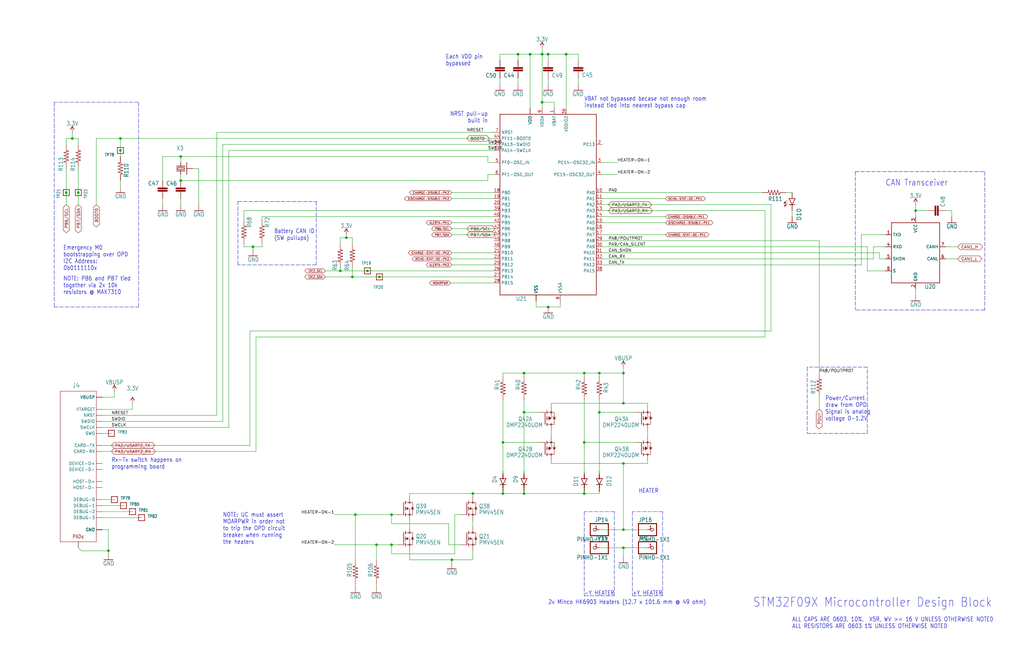
<source format=kicad_sch>
(kicad_sch (version 20211123) (generator eeschema)
  (paper "USLedger")
  (title_block (title "OreSat Battery Card") (rev "1.0"))
  (junction (at 146.05 100.33))
  (junction (at 148.59 116.84))
  (junction (at 246.38 208.28))
  (junction (at 262.89 223.52))
  (junction (at 246.38 157.48))
  (junction (at 76.2 66.04))
  (junction (at 223.52 22.86))
  (junction (at 220.98 157.48))
  (junction (at 220.98 173.99))
  (junction (at 154.94 114.3))
  (junction (at 106.68 104.14))
  (junction (at 76.2 76.2))
  (junction (at 143.51 114.3))
  (junction (at 165.1 217.17))
  (junction (at 212.09 186.69))
  (junction (at 228.6 22.86))
  (junction (at 165.1 229.87))
  (junction (at 252.73 157.48))
  (junction (at 231.14 129.54))
  (junction (at 252.73 173.99))
  (junction (at 228.6 43.18))
  (junction (at 238.76 22.86))
  (junction (at 30.48 58.42))
  (junction (at 262.89 195.58))
  (junction (at 220.98 208.28))
  (junction (at 199.39 208.28))
  (junction (at 212.09 208.28))
  (junction (at 262.89 170.18))
  (junction (at 45.72 232.41))
  (junction (at 160.02 116.84))
  (junction (at 231.14 22.86))
  (junction (at 50.8 58.42))
  (junction (at 149.86 217.17))
  (junction (at 27.94 81.28))
  (junction (at 33.02 81.28))
  (junction (at 158.75 229.87))
  (junction (at 246.38 186.69))
  (junction (at 262.89 157.48))
  (junction (at 190.5 236.22))
  (junction (at 218.44 22.86))
  (junction (at 50.8 63.5))
  (junction (at 386.08 88.9))
  (junction (at 262.89 231.14))
  (polyline (pts (xy 133.35 85.09) (xy 133.35 111.76)))
  (wire (pts (xy 149.86 247.65) (xy 149.86 246.38)))
  (wire (pts (xy 345.44 101.6) (xy 254 101.6)))
  (wire (pts (xy 48.26 167.64) (xy 48.26 165.1)))
  (wire (pts (xy 76.2 76.2) (xy 76.2 73.66)))
  (polyline (pts (xy 340.36 182.88) (xy 365.76 182.88)))
  (wire (pts (xy 233.68 43.18) (xy 228.6 43.18)))
  (wire (pts (xy 208.28 96.52) (xy 190.5 96.52)))
  (wire (pts (xy 220.98 208.28) (xy 246.38 208.28)))
  (wire (pts (xy 252.73 208.28) (xy 252.73 205.74)))
  (wire (pts (xy 158.75 229.87) (xy 140.97 229.87)))
  (wire (pts (xy 322.58 88.9) (xy 322.58 142.24)))
  (wire (pts (xy 345.44 167.64) (xy 345.44 172.72)))
  (polyline (pts (xy 365.76 182.88) (xy 365.76 154.94)))
  (wire (pts (xy 208.28 88.9) (xy 102.87 88.9)))
  (wire (pts (xy 232.41 170.18) (xy 262.89 170.18)))
  (wire (pts (xy 368.3 109.22) (xy 254 109.22)))
  (wire (pts (xy 254 88.9) (xy 322.58 88.9)))
  (wire (pts (xy 208.28 83.82) (xy 190.5 83.82)))
  (wire (pts (xy 43.18 223.52) (xy 45.72 223.52)))
  (wire (pts (xy 165.1 220.98) (xy 165.1 217.17)))
  (wire (pts (xy 334.01 88.9) (xy 334.01 91.44)))
  (wire (pts (xy 208.28 93.98) (xy 190.5 93.98)))
  (wire (pts (xy 401.32 88.9) (xy 401.32 91.44)))
  (wire (pts (xy 220.98 157.48) (xy 246.38 157.48)))
  (wire (pts (xy 228.6 43.18) (xy 228.6 22.86)))
  (wire (pts (xy 52.07 213.36) (xy 43.18 213.36)))
  (wire (pts (xy 208.28 111.76) (xy 190.5 111.76)))
  (polyline (pts (xy 22.86 129.54) (xy 58.42 129.54)))
  (wire (pts (xy 218.44 25.4) (xy 218.44 22.86)))
  (wire (pts (xy 243.84 35.56) (xy 243.84 33.02)))
  (wire (pts (xy 33.02 231.14) (xy 34.29 232.41)))
  (wire (pts (xy 322.58 142.24) (xy 107.95 142.24)))
  (wire (pts (xy 96.52 180.34) (xy 96.52 63.5)))
  (wire (pts (xy 212.09 208.28) (xy 220.98 208.28)))
  (wire (pts (xy 227.33 173.99) (xy 220.98 173.99)))
  (wire (pts (xy 149.86 217.17) (xy 149.86 236.22)))
  (wire (pts (xy 205.74 68.58) (xy 205.74 66.04)))
  (wire (pts (xy 254 68.58) (xy 260.35 68.58)))
  (wire (pts (xy 254 91.44) (xy 280.67 91.44)))
  (wire (pts (xy 50.8 66.04) (xy 50.8 63.5)))
  (wire (pts (xy 262.89 195.58) (xy 273.05 195.58)))
  (polyline (pts (xy 100.33 111.76) (xy 100.33 85.09)))
  (wire (pts (xy 205.74 66.04) (xy 76.2 66.04)))
  (wire (pts (xy 254 86.36) (xy 325.12 86.36)))
  (wire (pts (xy 212.09 205.74) (xy 212.09 208.28)))
  (wire (pts (xy 267.97 173.99) (xy 252.73 173.99)))
  (wire (pts (xy 254 81.28) (xy 321.31 81.28)))
  (polyline (pts (xy 266.7 251.46) (xy 279.4 251.46)))
  (wire (pts (xy 33.02 81.28) (xy 33.02 71.12)))
  (wire (pts (xy 252.73 231.14) (xy 262.89 231.14)))
  (wire (pts (xy 254 99.06) (xy 280.67 99.06)))
  (wire (pts (xy 243.84 22.86) (xy 243.84 25.4)))
  (wire (pts (xy 148.59 100.33) (xy 148.59 102.87)))
  (wire (pts (xy 386.08 88.9) (xy 386.08 86.36)))
  (wire (pts (xy 246.38 157.48) (xy 252.73 157.48)))
  (wire (pts (xy 167.64 217.17) (xy 165.1 217.17)))
  (wire (pts (xy 232.41 195.58) (xy 262.89 195.58)))
  (wire (pts (xy 68.58 76.2) (xy 68.58 66.04)))
  (wire (pts (xy 254 73.66) (xy 260.35 73.66)))
  (wire (pts (xy 233.68 45.72) (xy 233.68 43.18)))
  (wire (pts (xy 370.84 109.22) (xy 370.84 106.68)))
  (wire (pts (xy 208.28 68.58) (xy 205.74 68.58)))
  (wire (pts (xy 246.38 168.91) (xy 246.38 186.69)))
  (wire (pts (xy 143.51 102.87) (xy 143.51 100.33)))
  (wire (pts (xy 27.94 60.96) (xy 27.94 58.42)))
  (wire (pts (xy 208.28 99.06) (xy 190.5 99.06)))
  (wire (pts (xy 246.38 208.28) (xy 252.73 208.28)))
  (wire (pts (xy 208.28 116.84) (xy 160.02 116.84)))
  (wire (pts (xy 149.86 217.17) (xy 165.1 217.17)))
  (wire (pts (xy 189.23 229.87) (xy 189.23 220.98)))
  (wire (pts (xy 208.28 81.28) (xy 190.5 81.28)))
  (wire (pts (xy 386.08 124.46) (xy 386.08 121.92)))
  (wire (pts (xy 236.22 129.54) (xy 236.22 127)))
  (wire (pts (xy 158.75 247.65) (xy 158.75 246.38)))
  (wire (pts (xy 246.38 200.66) (xy 246.38 186.69)))
  (wire (pts (xy 252.73 173.99) (xy 252.73 168.91)))
  (polyline (pts (xy 340.36 154.94) (xy 340.36 182.88)))
  (wire (pts (xy 165.1 229.87) (xy 158.75 229.87)))
  (wire (pts (xy 43.18 210.82) (xy 48.26 210.82)))
  (wire (pts (xy 102.87 104.14) (xy 106.68 104.14)))
  (wire (pts (xy 232.41 181.61) (xy 232.41 184.15)))
  (wire (pts (xy 160.02 116.84) (xy 148.59 116.84)))
  (wire (pts (xy 199.39 209.55) (xy 199.39 208.28)))
  (wire (pts (xy 373.38 109.22) (xy 370.84 109.22)))
  (wire (pts (xy 106.68 105.41) (xy 106.68 104.14)))
  (wire (pts (xy 93.98 60.96) (xy 208.28 60.96)))
  (polyline (pts (xy 246.38 215.9) (xy 246.38 251.46)))
  (wire (pts (xy 220.98 173.99) (xy 220.98 168.91)))
  (wire (pts (xy 262.89 195.58) (xy 262.89 223.52)))
  (polyline (pts (xy 360.68 72.39) (xy 360.68 130.81)))
  (wire (pts (xy 143.51 114.3) (xy 137.16 114.3)))
  (wire (pts (xy 190.5 237.49) (xy 190.5 236.22)))
  (wire (pts (xy 105.41 187.96) (xy 43.18 187.96)))
  (wire (pts (xy 262.89 231.14) (xy 273.05 231.14)))
  (wire (pts (xy 228.6 45.72) (xy 228.6 43.18)))
  (wire (pts (xy 212.09 186.69) (xy 212.09 168.91)))
  (polyline (pts (xy 365.76 154.94) (xy 340.36 154.94)))
  (wire (pts (xy 218.44 22.86) (xy 223.52 22.86)))
  (wire (pts (xy 208.28 109.22) (xy 190.5 109.22)))
  (wire (pts (xy 165.1 220.98) (xy 189.23 220.98)))
  (wire (pts (xy 252.73 223.52) (xy 262.89 223.52)))
  (wire (pts (xy 143.51 113.03) (xy 143.51 114.3)))
  (polyline (pts (xy 133.35 111.76) (xy 100.33 111.76)))
  (polyline (pts (xy 279.4 251.46) (xy 279.4 215.9)))
  (wire (pts (xy 102.87 88.9) (xy 102.87 92.71)))
  (wire (pts (xy 232.41 171.45) (xy 232.41 170.18)))
  (wire (pts (xy 68.58 86.36) (xy 68.58 83.82)))
  (wire (pts (xy 83.82 86.36) (xy 83.82 71.12)))
  (wire (pts (xy 254 83.82) (xy 280.67 83.82)))
  (wire (pts (xy 223.52 45.72) (xy 223.52 22.86)))
  (wire (pts (xy 76.2 86.36) (xy 76.2 83.82)))
  (polyline (pts (xy 22.86 43.18) (xy 22.86 129.54)))
  (wire (pts (xy 96.52 180.34) (xy 43.18 180.34)))
  (wire (pts (xy 172.72 236.22) (xy 172.72 232.41)))
  (wire (pts (xy 220.98 205.74) (xy 220.98 208.28)))
  (polyline (pts (xy 246.38 251.46) (xy 259.08 251.46)))
  (wire (pts (xy 220.98 173.99) (xy 220.98 200.66)))
  (wire (pts (xy 194.31 229.87) (xy 189.23 229.87)))
  (wire (pts (xy 189.992 119.38) (xy 208.28 119.38)))
  (wire (pts (xy 238.76 22.86) (xy 243.84 22.86)))
  (wire (pts (xy 146.05 100.33) (xy 148.59 100.33)))
  (wire (pts (xy 262.89 234.95) (xy 262.89 231.14)))
  (wire (pts (xy 273.05 170.18) (xy 273.05 171.45)))
  (wire (pts (xy 172.72 209.55) (xy 172.72 208.28)))
  (wire (pts (xy 43.18 172.72) (xy 55.88 172.72)))
  (wire (pts (xy 238.76 22.86) (xy 231.14 22.86)))
  (wire (pts (xy 165.1 233.68) (xy 191.77 233.68)))
  (wire (pts (xy 190.5 236.22) (xy 172.72 236.22)))
  (wire (pts (xy 246.38 205.74) (xy 246.38 208.28)))
  (wire (pts (xy 363.22 99.06) (xy 363.22 111.76)))
  (wire (pts (xy 46.99 182.88) (xy 43.18 182.88)))
  (polyline (pts (xy 58.42 43.18) (xy 22.86 43.18)))
  (wire (pts (xy 110.49 104.14) (xy 110.49 102.87)))
  (wire (pts (xy 83.82 71.12) (xy 81.28 71.12)))
  (wire (pts (xy 238.76 22.86) (xy 238.76 45.72)))
  (wire (pts (xy 110.49 92.71) (xy 110.49 91.44)))
  (polyline (pts (xy 415.29 130.81) (xy 360.68 130.81)))
  (wire (pts (xy 373.38 99.06) (xy 363.22 99.06)))
  (wire (pts (xy 27.94 81.28) (xy 27.94 71.12)))
  (wire (pts (xy 254 111.76) (xy 363.22 111.76)))
  (wire (pts (xy 398.78 109.22) (xy 403.86 109.22)))
  (wire (pts (xy 208.28 106.68) (xy 190.5 106.68)))
  (wire (pts (xy 93.98 177.8) (xy 93.98 60.96)))
  (wire (pts (xy 273.05 184.15) (xy 273.05 181.61)))
  (wire (pts (xy 246.38 158.75) (xy 246.38 157.48)))
  (polyline (pts (xy 58.42 129.54) (xy 58.42 43.18)))
  (wire (pts (xy 40.64 58.42) (xy 40.64 86.36)))
  (polyline (pts (xy 259.08 215.9) (xy 246.38 215.9)))
  (wire (pts (xy 262.89 157.48) (xy 262.89 154.94)))
  (wire (pts (xy 262.89 170.18) (xy 273.05 170.18)))
  (wire (pts (xy 398.78 88.9) (xy 401.32 88.9)))
  (wire (pts (xy 254 104.14) (xy 365.76 104.14)))
  (wire (pts (xy 106.68 104.14) (xy 110.49 104.14)))
  (wire (pts (xy 386.08 91.44) (xy 386.08 88.9)))
  (wire (pts (xy 252.73 173.99) (xy 252.73 200.66)))
  (wire (pts (xy 27.94 58.42) (xy 30.48 58.42)))
  (wire (pts (xy 110.49 91.44) (xy 208.28 91.44)))
  (wire (pts (xy 50.8 63.5) (xy 50.8 58.42)))
  (wire (pts (xy 158.75 229.87) (xy 158.75 236.22)))
  (wire (pts (xy 208.28 58.42) (xy 50.8 58.42)))
  (wire (pts (xy 365.76 114.3) (xy 373.38 114.3)))
  (wire (pts (xy 34.29 232.41) (xy 45.72 232.41)))
  (wire (pts (xy 165.1 233.68) (xy 165.1 229.87)))
  (wire (pts (xy 232.41 194.31) (xy 232.41 195.58)))
  (wire (pts (xy 220.98 157.48) (xy 212.09 157.48)))
  (wire (pts (xy 345.44 157.48) (xy 345.44 101.6)))
  (wire (pts (xy 59.69 218.44) (xy 43.18 218.44)))
  (wire (pts (xy 199.39 208.28) (xy 212.09 208.28)))
  (wire (pts (xy 331.47 81.28) (xy 334.01 81.28)))
  (wire (pts (xy 210.82 25.4) (xy 210.82 22.86)))
  (wire (pts (xy 228.6 22.86) (xy 228.6 20.32)))
  (polyline (pts (xy 279.4 215.9) (xy 266.7 215.9)))
  (wire (pts (xy 325.12 86.36) (xy 325.12 139.7)))
  (wire (pts (xy 43.18 167.64) (xy 48.26 167.64)))
  (wire (pts (xy 210.82 22.86) (xy 218.44 22.86)))
  (wire (pts (xy 45.72 232.41) (xy 45.72 233.68)))
  (polyline (pts (xy 415.29 72.39) (xy 415.29 130.81)))
  (wire (pts (xy 227.33 186.69) (xy 212.09 186.69)))
  (wire (pts (xy 212.09 157.48) (xy 212.09 158.75)))
  (wire (pts (xy 373.38 104.14) (xy 368.3 104.14)))
  (polyline (pts (xy 360.68 72.39) (xy 415.29 72.39)))
  (wire (pts (xy 262.89 170.18) (xy 262.89 157.48)))
  (wire (pts (xy 146.05 99.06) (xy 146.05 100.33)))
  (wire (pts (xy 191.77 217.17) (xy 191.77 233.68)))
  (wire (pts (xy 45.72 223.52) (xy 45.72 232.41)))
  (wire (pts (xy 102.87 102.87) (xy 102.87 104.14)))
  (wire (pts (xy 218.44 35.56) (xy 218.44 33.02)))
  (wire (pts (xy 148.59 113.03) (xy 148.59 116.84)))
  (wire (pts (xy 76.2 66.04) (xy 76.2 68.58)))
  (wire (pts (xy 368.3 104.14) (xy 368.3 109.22)))
  (polyline (pts (xy 266.7 215.9) (xy 266.7 251.46)))
  (wire (pts (xy 107.95 190.5) (xy 43.18 190.5)))
  (wire (pts (xy 226.06 129.54) (xy 226.06 127)))
  (wire (pts (xy 254 93.98) (xy 280.67 93.98)))
  (wire (pts (xy 210.82 33.02) (xy 210.82 35.56)))
  (wire (pts (xy 96.52 63.5) (xy 208.28 63.5)))
  (wire (pts (xy 149.86 217.17) (xy 140.97 217.17)))
  (wire (pts (xy 231.14 25.4) (xy 231.14 22.86)))
  (wire (pts (xy 386.08 88.9) (xy 391.16 88.9)))
  (wire (pts (xy 252.73 158.75) (xy 252.73 157.48)))
  (wire (pts (xy 30.48 58.42) (xy 30.48 55.88)))
  (wire (pts (xy 27.94 86.36) (xy 27.94 81.28)))
  (wire (pts (xy 172.72 219.71) (xy 172.72 222.25)))
  (wire (pts (xy 223.52 22.86) (xy 228.6 22.86)))
  (polyline (pts (xy 100.33 85.09) (xy 133.35 85.09)))
  (wire (pts (xy 93.98 177.8) (xy 43.18 177.8)))
  (wire (pts (xy 199.39 219.71) (xy 199.39 222.25)))
  (wire (pts (xy 252.73 157.48) (xy 262.89 157.48)))
  (wire (pts (xy 325.12 139.7) (xy 105.41 139.7)))
  (wire (pts (xy 199.39 232.41) (xy 199.39 236.22)))
  (wire (pts (xy 208.28 114.3) (xy 154.94 114.3)))
  (wire (pts (xy 50.8 58.42) (xy 40.64 58.42)))
  (wire (pts (xy 205.74 76.2) (xy 76.2 76.2)))
  (wire (pts (xy 154.94 114.3) (xy 143.51 114.3)))
  (wire (pts (xy 105.41 139.7) (xy 105.41 187.96)))
  (wire (pts (xy 246.38 186.69) (xy 267.97 186.69)))
  (wire (pts (xy 194.31 217.17) (xy 191.77 217.17)))
  (wire (pts (xy 273.05 195.58) (xy 273.05 194.31)))
  (wire (pts (xy 33.02 86.36) (xy 33.02 81.28)))
  (wire (pts (xy 33.02 58.42) (xy 33.02 60.96)))
  (wire (pts (xy 262.89 223.52) (xy 273.05 223.52)))
  (wire (pts (xy 172.72 208.28) (xy 199.39 208.28)))
  (wire (pts (xy 91.44 55.88) (xy 208.28 55.88)))
  (wire (pts (xy 107.95 142.24) (xy 107.95 190.5)))
  (wire (pts (xy 205.74 73.66) (xy 205.74 76.2)))
  (wire (pts (xy 231.14 129.54) (xy 226.06 129.54)))
  (wire (pts (xy 231.14 22.86) (xy 228.6 22.86)))
  (wire (pts (xy 91.44 55.88) (xy 91.44 175.26)))
  (wire (pts (xy 43.18 175.26) (xy 91.44 175.26)))
  (wire (pts (xy 148.59 116.84) (xy 137.16 116.84)))
  (wire (pts (xy 212.09 186.69) (xy 212.09 200.66)))
  (wire (pts (xy 143.51 100.33) (xy 146.05 100.33)))
  (wire (pts (xy 365.76 104.14) (xy 365.76 114.3)))
  (polyline (pts (xy 259.08 251.46) (xy 259.08 215.9)))
  (wire (pts (xy 370.84 106.68) (xy 254 106.68)))
  (wire (pts (xy 398.78 104.14) (xy 403.86 104.14)))
  (wire (pts (xy 208.28 73.66) (xy 205.74 73.66)))
  (wire (pts (xy 231.14 33.02) (xy 231.14 35.56)))
  (wire (pts (xy 30.48 58.42) (xy 33.02 58.42)))
  (wire (pts (xy 199.39 236.22) (xy 190.5 236.22)))
  (wire (pts (xy 231.14 129.54) (xy 236.22 129.54)))
  (wire (pts (xy 68.58 66.04) (xy 76.2 66.04)))
  (wire (pts (xy 55.88 172.72) (xy 55.88 170.18)))
  (wire (pts (xy 165.1 229.87) (xy 167.64 229.87)))
  (wire (pts (xy 220.98 158.75) (xy 220.98 157.48)))
  (wire (pts (xy 50.8 76.2) (xy 50.8 78.74)))
  (wire (pts (xy 43.18 215.9) (xy 55.88 215.9)))
  (text "VBAT not bypassed becase not enough room\ninstead tied into nearest bypass cap" (at 246.38 45.72 0) (effects (font (size 1.778 1.5113)) (justify left bottom)))
  (text "STM32F09X Microcontroller Design Block" (at 317.5 256.54 180) (effects (font (size 3.81 3.2385)) (justify left bottom)))
  (text "2x Minco HK6903 Heaters (12.7 x 101.6 mm @ 49 ohm)" (at 231.14 255.27 0) (effects (font (size 1.778 1.5113)) (justify left bottom)))
  (text "Battery CAN ID\n(SW pullups~{})" (at 115.57 101.6 180) (effects (font (size 1.778 1.5113)) (justify left bottom)))
  (text "+Y HEATER" (at 279.4 251.46 180) (effects (font (size 1.778 1.5113)) (justify right bottom)))
  (text "Power/Current\ndraw from OPD.\nSignal is analog\nvoltage 0-1.2V" (at 347.98 177.8 0) (effects (font (size 1.778 1.5113)) (justify left bottom)))
  (text "NOTE: UC must assert\nMOARPWR in order not\nto trip the OPD circuit\nbreaker when running\nthe heaters~{}" (at 93.98 229.87 0) (effects (font (size 1.778 1.5113)) (justify left bottom)))
  (text "-Y HEATER" (at 259.08 251.46 180) (effects (font (size 1.778 1.5113)) (justify right bottom)))
  (text "Rx-Tx switch happens on\nprogramming board" (at 46.99 198.12 180) (effects (font (size 1.778 1.5113)) (justify left bottom)))
  (text "NOTE: PB6 and PB7 tied\ntogether via 2x 10k\nresistors @ MAX7310~{}" (at 26.67 124.46 0) (effects (font (size 1.778 1.5113)) (justify left bottom)))
  (text "CAN Transceiver" (at 373.38 78.74 180) (effects (font (size 2.54 2.159)) (justify left bottom)))
  (text "Emergency M0\nbootstrapping over OPD\nI2C Address:\n0b0111110x" (at 26.67 114.3 0) (effects (font (size 1.778 1.5113)) (justify left bottom)))
  (text "HEATER" (at 269.24 208.28 180) (effects (font (size 1.778 1.5113)) (justify left bottom)))
  (text "Each VDD pin\nbypassed" (at 187.96 27.94 180) (effects (font (size 1.778 1.5113)) (justify left bottom)))
  (text "NRST pull-up\nbuilt in" (at 205.74 52.07 180) (effects (font (size 1.778 1.5113)) (justify right bottom)))
  (text "ALL CAPS ARE 0603, 10%,  X5R, WV >= 16 V UNLESS OTHERWISE NOTED\nALL RESISTORS ARE 0603 1% UNLESS OTHERWISE NOTED" (at 334.01 265.43 0) (effects (font (size 1.778 1.5113)) (justify left bottom)))
  (label "NRESET" (at 196.85 55.88 0) (effects (font (size 1.2446 1.2446))))
  (label "PA8/POUTPROT" (at 345.44 157.48 0) (effects (font (size 1.2446 1.2446))))
  (label "HEATER-ON-1" (at 260.35 68.58 0) (effects (font (size 1.2446 1.2446))))
  (label "CAN_TX" (at 256.54 111.76 0) (effects (font (size 1.2446 1.2446))))
  (label "SWCLK" (at 46.99 180.34 0) (effects (font (size 1.2446 1.2446))))
  (label "SWDIO" (at 205.74 60.96 0) (effects (font (size 1.2446 1.2446))))
  (label "NRESET" (at 46.99 175.26 0) (effects (font (size 1.2446 1.2446))))
  (label "HEATER-ON-2" (at 140.97 229.87 180) (effects (font (size 1.2446 1.2446))))
  (label "SWDIO" (at 46.99 177.8 0) (effects (font (size 1.2446 1.2446))))
  (label "HEATER-ON-2" (at 260.35 73.66 0) (effects (font (size 1.2446 1.2446))))
  (label "PA0" (at 256.54 81.28 0) (effects (font (size 1.2446 1.2446))))
  (label "HEATER-ON-1" (at 140.97 217.17 180) (effects (font (size 1.2446 1.2446))))
  (label "PA9/CAN_SILENT" (at 256.54 104.14 0) (effects (font (size 1.2446 1.2446))))
  (label "CAN_SHDN" (at 256.54 106.68 0) (effects (font (size 1.2446 1.2446))))
  (label "PA8/POUTPROT" (at 256.54 101.6 0) (effects (font (size 1.2446 1.2446))))
  (label "SWCLK" (at 205.74 63.5 0) (effects (font (size 1.2446 1.2446))))
  (label "CAN_RX" (at 256.54 109.22 0) (effects (font (size 1.2446 1.2446))))
  (global_label "I2C2_SCL" (shape bidirectional) (at 137.16 114.3 180) (effects (font (size 0.889 0.889))) (property "Intersheet References" "${INTERSHEET_REFS}" (effects hide)))
  (global_label "PB7/SDA" (shape bidirectional) (at 196.85 99.06 0) (effects (font (size 1.2446 1.2446))) (property "Intersheet References" "${INTERSHEET_REFS}" (effects hide)))
  (global_label "BOOT0" (shape bidirectional) (at 196.85 58.42 0) (effects (font (size 1.2446 1.2446))) (property "Intersheet References" "${INTERSHEET_REFS}" (effects hide)))
  (global_label "ALERTA-PK1" (shape bidirectional) (at 190.5 93.98 180) (effects (font (size 0.889 0.889))) (property "Intersheet References" "${INTERSHEET_REFS}" (effects hide)))
  (global_label "CAN1_H" (shape bidirectional) (at 403.86 104.14 0) (effects (font (size 1.2446 1.2446))) (property "Intersheet References" "${INTERSHEET_REFS}" (effects hide)))
  (global_label "PB7/SDA" (shape bidirectional) (at 33.02 86.36 270) (effects (font (size 1.2446 1.2446))) (property "Intersheet References" "${INTERSHEET_REFS}" (effects hide)))
  (global_label "PA2/USART2_TX" (shape bidirectional) (at 256.54 86.36 0) (effects (font (size 1.2446 1.2446))) (property "Intersheet References" "${INTERSHEET_REFS}" (effects hide)))
  (global_label "PB6/SCL" (shape bidirectional) (at 196.85 96.52 0) (effects (font (size 1.2446 1.2446))) (property "Intersheet References" "${INTERSHEET_REFS}" (effects hide)))
  (global_label "DCHG-STAT-OC-PK1" (shape bidirectional) (at 280.67 83.82 0) (effects (font (size 0.889 0.889))) (property "Intersheet References" "${INTERSHEET_REFS}" (effects hide)))
  (global_label "I2C2_SDA" (shape bidirectional) (at 137.16 116.84 180) (effects (font (size 0.889 0.889))) (property "Intersheet References" "${INTERSHEET_REFS}" (effects hide)))
  (global_label "DISCHARGE-DISABLE-PK1" (shape bidirectional) (at 280.67 93.98 0) (effects (font (size 0.889 0.889))) (property "Intersheet References" "${INTERSHEET_REFS}" (effects hide)))
  (global_label "CAN1_L" (shape bidirectional) (at 403.86 109.22 0) (effects (font (size 1.2446 1.2446))) (property "Intersheet References" "${INTERSHEET_REFS}" (effects hide)))
  (global_label "DCHG-STAT-OC-PK2" (shape bidirectional) (at 190.5 109.22 180) (effects (font (size 0.889 0.889))) (property "Intersheet References" "${INTERSHEET_REFS}" (effects hide)))
  (global_label "PA2/USART2_TX" (shape bidirectional) (at 46.99 187.96 0) (effects (font (size 1.2446 1.2446))) (property "Intersheet References" "${INTERSHEET_REFS}" (effects hide)))
  (global_label "ALERTA-PK2" (shape bidirectional) (at 190.5 111.76 180) (effects (font (size 0.889 0.889))) (property "Intersheet References" "${INTERSHEET_REFS}" (effects hide)))
  (global_label "CHARGE-STAT-OC-PK2" (shape bidirectional) (at 190.5 106.68 180) (effects (font (size 0.889 0.889))) (property "Intersheet References" "${INTERSHEET_REFS}" (effects hide)))
  (global_label "POUT" (shape bidirectional) (at 345.44 172.72 270) (effects (font (size 1.2446 1.2446))) (property "Intersheet References" "${INTERSHEET_REFS}" (effects hide)))
  (global_label "PB7/SDA" (shape bidirectional) (at 190.5 99.06 180) (effects (font (size 0.889 0.889))) (property "Intersheet References" "${INTERSHEET_REFS}" (effects hide)))
  (global_label "PB6/SCL" (shape bidirectional) (at 190.5 96.52 180) (effects (font (size 0.889 0.889))) (property "Intersheet References" "${INTERSHEET_REFS}" (effects hide)))
  (global_label "PA3/USART2_RX" (shape bidirectional) (at 256.54 88.9 0) (effects (font (size 1.2446 1.2446))) (property "Intersheet References" "${INTERSHEET_REFS}" (effects hide)))
  (global_label "PB6/SCL" (shape bidirectional) (at 27.94 86.36 270) (effects (font (size 1.2446 1.2446))) (property "Intersheet References" "${INTERSHEET_REFS}" (effects hide)))
  (global_label "CHARGE-DISABLE-PK2" (shape bidirectional) (at 190.5 81.28 180) (effects (font (size 0.889 0.889))) (property "Intersheet References" "${INTERSHEET_REFS}" (effects hide)))
  (global_label "BOOT0" (shape bidirectional) (at 40.64 86.36 270) (effects (font (size 1.2446 1.2446))) (property "Intersheet References" "${INTERSHEET_REFS}" (effects hide)))
  (global_label "PA3/USART2_RX" (shape bidirectional) (at 46.99 190.5 0) (effects (font (size 1.2446 1.2446))) (property "Intersheet References" "${INTERSHEET_REFS}" (effects hide)))
  (global_label "MOARPWR" (shape bidirectional) (at 189.992 119.38 180) (effects (font (size 0.889 0.889))) (property "Intersheet References" "${INTERSHEET_REFS}" (effects hide)))
  (global_label "CHARGE-DISABLE-PK1" (shape bidirectional) (at 280.67 91.44 0) (effects (font (size 0.889 0.889))) (property "Intersheet References" "${INTERSHEET_REFS}" (effects hide)))
  (global_label "CHARGE-STAT-OC-PK1" (shape bidirectional) (at 280.67 99.06 0) (effects (font (size 0.889 0.889))) (property "Intersheet References" "${INTERSHEET_REFS}" (effects hide)))
  (global_label "DISCHARGE-DISABLE-PK2" (shape bidirectional) (at 190.5 83.82 180) (effects (font (size 0.889 0.889))) (property "Intersheet References" "${INTERSHEET_REFS}" (effects hide)))
  (symbol (lib_id "oresat-batteries-eagle-import:GND") (at 83.82 88.9 0) (mirror y) (unit 1)
    (property "Reference" "#GND089" (effects hide))
    (property "Value" "GND" (at 86.36 91.44 0) (effects (font (size 1.778 1.5113)) (justify left bottom)))
    (property "Footprint" "oresat-batteries:" (effects hide))
  )
  (symbol (lib_id "oresat-batteries-eagle-import:GND") (at 386.08 127 0) (mirror y) (unit 1)
    (property "Reference" "#GND093" (effects hide))
    (property "Value" "GND" (at 388.62 129.54 0) (effects (font (size 1.778 1.5113)) (justify left bottom)))
    (property "Footprint" "oresat-batteries:" (effects hide))
  )
  (symbol (lib_id "oresat-batteries-eagle-import:3.3V") (at 146.05 99.06 0) (mirror y) (unit 1)
    (property "Reference" "#SUPPLY03" (effects hide))
    (property "Value" "3.3V" (at 146.05 96.266 0) (effects (font (size 1.778 1.5113)) (justify bottom)))
    (property "Footprint" "oresat-batteries:" (effects hide))
  )
  (symbol (lib_id "oresat-batteries-eagle-import:CRYSTAL-WITH-GND") (at 76.2 71.12 90) (mirror x) (unit 1)
    (property "Reference" "X3" (at 77.47 63.5 90) (effects (font (size 1.778 1.5113)) (justify left bottom)))
    (property "Value" "16MHZ-2.5x2mm" (at 85.09 66.04 90) (effects (font (size 1.778 1.5113)) (justify left bottom)))
    (property "Footprint" "oresat-batteries:CRYSTAL_2.5X2" (effects hide))
  )
  (symbol (lib_id "oresat-batteries-eagle-import:TEST-POINT-LARGE-SQUARE") (at 48.26 210.82 0) (mirror x) (unit 1)
    (property "Reference" "TP79" (at 50.8 209.55 0) (effects (font (size 1.27 1.0795)) (justify left bottom)))
    (property "Value" "TEST-POINT-LARGE-SQUARE" (effects hide))
    (property "Footprint" "oresat-footprints:TestPoint_Pad_1.0x1.0mm" (effects hide))
  )
  (symbol (lib_id "oresat-batteries-eagle-import:TEST-POINT-LARGE-SQUARE") (at 160.02 116.84 0) (mirror y) (unit 1)
    (property "Reference" "TP20" (at 157.48 121.92 0) (effects (font (size 1.27 1.0795)) (justify right bottom)))
    (property "Value" "TEST-POINT-LARGE-SQUARE" (effects hide))
    (property "Footprint" "oresat-footprints:TestPoint_Pad_1.0x1.0mm" (effects hide))
  )
  (symbol (lib_id "oresat-batteries-eagle-import:R-US_0603-C-NOSILK") (at 33.02 66.04 90) (unit 1)
    (property "Reference" "R114" (at 31.75 72.39 0) (effects (font (size 1.778 1.5113)) (justify left bottom)))
    (property "Value" "4.7k" (at 31.75 64.77 0) (effects (font (size 1.778 1.5113)) (justify left bottom)))
    (property "Footprint" "oresat-footprints:0603-SMALL" (effects hide))
  )
  (symbol (lib_id "oresat-batteries-eagle-import:R-US_0603-C-NOSILK") (at 149.86 241.3 90) (mirror x) (unit 1)
    (property "Reference" "R105" (at 148.3614 237.49 0) (effects (font (size 1.778 1.5113)) (justify left bottom)))
    (property "Value" "10k" (at 153.162 237.49 0) (effects (font (size 1.778 1.5113)) (justify left bottom)))
    (property "Footprint" "oresat-footprints:0603-SMALL" (effects hide))
  )
  (symbol (lib_id "oresat-batteries-eagle-import:N-MOSFET-SOT-23-3") (at 196.85 214.63 0) (unit 1)
    (property "Reference" "Q38" (at 201.93 214.63 0) (effects (font (size 1.778 1.5113)) (justify left bottom)))
    (property "Value" "PMV45EN" (at 201.93 217.17 0) (effects (font (size 1.778 1.5113)) (justify left bottom)))
    (property "Footprint" "oresat-batteries:SOT23-3" (effects hide))
  )
  (symbol (lib_id "oresat-batteries-eagle-import:DIODE-SOD323-R") (at 252.73 203.2 90) (mirror x) (unit 1)
    (property "Reference" "D12" (at 257.81 200.66 0) (effects (font (size 1.778 1.5113)) (justify left bottom)))
    (property "Value" "1N4151WS" (at 257.81 210.82 0) (effects (font (size 1.778 1.5113)) (justify right top)))
    (property "Footprint" "oresat-batteries:SOD323-R" (effects hide))
  )
  (symbol (lib_id "oresat-batteries-eagle-import:N-MOSFET-SOT-23-3") (at 170.18 227.33 0) (unit 1)
    (property "Reference" "Q20" (at 175.26 227.33 0) (effects (font (size 1.778 1.5113)) (justify left bottom)))
    (property "Value" "PMV45EN" (at 175.26 229.87 0) (effects (font (size 1.778 1.5113)) (justify left bottom)))
    (property "Footprint" "oresat-batteries:SOT23-3" (effects hide))
  )
  (symbol (lib_id "oresat-batteries-eagle-import:DIODE-SOD323-R") (at 212.09 203.2 90) (mirror x) (unit 1)
    (property "Reference" "D4" (at 209.55 200.66 0) (effects (font (size 1.778 1.5113)) (justify left bottom)))
    (property "Value" "1N4151WS" (at 213.36 210.82 0) (effects (font (size 1.778 1.5113)) (justify right top)))
    (property "Footprint" "oresat-batteries:SOD323-R" (effects hide))
  )
  (symbol (lib_id "oresat-batteries-eagle-import:GND") (at 158.75 250.19 0) (mirror y) (unit 1)
    (property "Reference" "#GND031" (effects hide))
    (property "Value" "GND" (at 161.29 252.73 0) (effects (font (size 1.778 1.5113)) (justify left bottom)))
    (property "Footprint" "oresat-batteries:" (effects hide))
  )
  (symbol (lib_id "oresat-batteries-eagle-import:R-US_0603-C-NOSILK") (at 143.51 107.95 90) (unit 1)
    (property "Reference" "R63" (at 142.24 114.3 0) (effects (font (size 1.778 1.5113)) (justify left bottom)))
    (property "Value" "4.7k" (at 142.24 106.68 0) (effects (font (size 1.778 1.5113)) (justify left bottom)))
    (property "Footprint" "oresat-footprints:0603-SMALL" (effects hide))
  )
  (symbol (lib_id "oresat-batteries-eagle-import:PINHD-1X1") (at 250.19 223.52 0) (mirror y) (unit 1)
    (property "Reference" "JP14" (at 256.54 220.345 0) (effects (font (size 1.778 1.5113)) (justify left bottom)))
    (property "Value" "PINHD-1X1" (at 256.54 228.6 0) (effects (font (size 1.778 1.5113)) (justify left bottom)))
    (property "Footprint" "oresat-batteries:1X01" (effects hide))
  )
  (symbol (lib_id "oresat-batteries-eagle-import:C-EU0603-C-NOSILK") (at 76.2 78.74 0) (mirror y) (unit 1)
    (property "Reference" "C46" (at 74.676 78.359 0) (effects (font (size 1.778 1.5113)) (justify left bottom)))
    (property "Value" "20p" (at 74.676 83.439 0) (effects (font (size 1.778 1.5113)) (justify left bottom)))
    (property "Footprint" "oresat-footprints:0603-SMALL" (effects hide))
  )
  (symbol (lib_id "oresat-batteries-eagle-import:R-US_0603-C-NOSILK") (at 27.94 66.04 90) (unit 1)
    (property "Reference" "R113" (at 26.67 72.39 0) (effects (font (size 1.778 1.5113)) (justify left bottom)))
    (property "Value" "4.7k" (at 26.67 64.77 0) (effects (font (size 1.778 1.5113)) (justify left bottom)))
    (property "Footprint" "oresat-footprints:0603-SMALL" (effects hide))
  )
  (symbol (lib_id "oresat-batteries-eagle-import:3.3V") (at 386.08 86.36 0) (mirror y) (unit 1)
    (property "Reference" "#SUPPLY012" (effects hide))
    (property "Value" "3.3V" (at 386.08 83.566 0) (effects (font (size 1.778 1.5113)) (justify bottom)))
    (property "Footprint" "oresat-batteries:" (effects hide))
  )
  (symbol (lib_id "oresat-batteries-eagle-import:R-US_0603-C-NOSILK") (at 246.38 163.83 90) (mirror x) (unit 1)
    (property "Reference" "R42" (at 244.8814 160.02 0) (effects (font (size 1.778 1.5113)) (justify left bottom)))
    (property "Value" "10k" (at 249.682 160.02 0) (effects (font (size 1.778 1.5113)) (justify left bottom)))
    (property "Footprint" "oresat-footprints:0603-SMALL" (effects hide))
  )
  (symbol (lib_id "oresat-batteries-eagle-import:R-US_0603-C-NOSILK") (at 102.87 97.79 270) (unit 1)
    (property "Reference" "R68" (at 104.14 91.44 0) (effects (font (size 1.778 1.5113)) (justify left bottom)))
    (property "Value" "10k" (at 104.14 99.06 0) (effects (font (size 1.778 1.5113)) (justify left bottom)))
    (property "Footprint" "oresat-footprints:0603-SMALL" (effects hide))
  )
  (symbol (lib_id "oresat-batteries-eagle-import:TEST-POINT-LARGE-SQUARE") (at 46.99 182.88 0) (mirror x) (unit 1)
    (property "Reference" "TP83" (at 49.53 181.61 0) (effects (font (size 1.27 1.0795)) (justify left bottom)))
    (property "Value" "TEST-POINT-LARGE-SQUARE" (effects hide))
    (property "Footprint" "oresat-footprints:TestPoint_Pad_1.0x1.0mm" (effects hide))
  )
  (symbol (lib_id "oresat-batteries-eagle-import:GND") (at 190.5 240.03 0) (mirror y) (unit 1)
    (property "Reference" "#GND033" (effects hide))
    (property "Value" "GND" (at 193.04 242.57 0) (effects (font (size 1.778 1.5113)) (justify left bottom)))
    (property "Footprint" "oresat-batteries:" (effects hide))
  )
  (symbol (lib_id "oresat-batteries-eagle-import:STM32F091C") (at 231.14 86.36 0) (mirror y) (unit 1)
    (property "Reference" "U21" (at 222.25 127 0) (effects (font (size 1.778 1.5113)) (justify left bottom)))
    (property "Value" "STM32F091C" (at 222.25 129.54 0) (effects (font (size 1.778 1.5113)) (justify left bottom)))
    (property "Footprint" "oresat-batteries:STM32F091C" (effects hide))
  )
  (symbol (lib_id "oresat-batteries-eagle-import:LED-GREEN0603") (at 334.01 83.82 0) (unit 1)
    (property "Reference" "D10" (at 335.915 93.218 90) (effects (font (size 1.778 1.778)) (justify left top)))
    (property "Value" "AMBER" (at 335.915 87.122 90) (effects (font (size 1.778 1.778)) (justify left top)))
    (property "Footprint" "oresat-batteries:LED-0603" (effects hide))
  )
  (symbol (lib_id "oresat-batteries-eagle-import:N-MOSFET-SOT-23-3") (at 170.18 214.63 0) (unit 1)
    (property "Reference" "Q39" (at 175.26 214.63 0) (effects (font (size 1.778 1.5113)) (justify left bottom)))
    (property "Value" "PMV45EN" (at 175.26 217.17 0) (effects (font (size 1.778 1.5113)) (justify left bottom)))
    (property "Footprint" "oresat-batteries:SOT23-3" (effects hide))
  )
  (symbol (lib_id "oresat-batteries-eagle-import:R-US_0603-C-NOSILK") (at 50.8 71.12 270) (mirror x) (unit 1)
    (property "Reference" "R110" (at 52.2986 74.93 0) (effects (font (size 1.778 1.5113)) (justify left bottom)))
    (property "Value" "10k" (at 47.498 74.93 0) (effects (font (size 1.778 1.5113)) (justify left bottom)))
    (property "Footprint" "oresat-footprints:0603-SMALL" (effects hide))
  )
  (symbol (lib_id "oresat-batteries-eagle-import:PINHD-1X1") (at 275.59 231.14 0) (unit 1)
    (property "Reference" "JP17" (at 269.24 227.965 0) (effects (font (size 1.778 1.5113)) (justify left bottom)))
    (property "Value" "PINHD-1X1" (at 269.24 236.22 0) (effects (font (size 1.778 1.5113)) (justify left bottom)))
    (property "Footprint" "oresat-batteries:1X01" (effects hide))
  )
  (symbol (lib_id "oresat-batteries-eagle-import:C-EU0603-C-NOSILK") (at 210.82 30.48 0) (mirror x) (unit 1)
    (property "Reference" "C50" (at 204.724 30.861 0) (effects (font (size 1.778 1.5113)) (justify left bottom)))
    (property "Value" "100n" (at 204.724 25.781 0) (effects (font (size 1.778 1.5113)) (justify left bottom)))
    (property "Footprint" "oresat-footprints:0603-SMALL" (effects hide))
  )
  (symbol (lib_id "oresat-batteries-eagle-import:GND") (at 106.68 107.95 0) (mirror y) (unit 1)
    (property "Reference" "#GND030" (effects hide))
    (property "Value" "GND" (at 109.22 110.49 0) (effects (font (size 1.778 1.5113)) (justify left bottom)))
    (property "Footprint" "oresat-batteries:" (effects hide))
  )
  (symbol (lib_id "oresat-batteries-eagle-import:GND") (at 231.14 38.1 0) (unit 1)
    (property "Reference" "#GND094" (effects hide))
    (property "Value" "GND" (at 228.6 40.64 0) (effects (font (size 1.778 1.5113)) (justify left bottom)))
    (property "Footprint" "oresat-batteries:" (effects hide))
  )
  (symbol (lib_id "oresat-batteries-eagle-import:TEST-POINT-LARGE-SQUARE") (at 27.94 81.28 0) (mirror y) (unit 1)
    (property "Reference" "TP21" (at 25.4 83.82 90) (effects (font (size 1.27 1.0795)) (justify left top)))
    (property "Value" "TEST-POINT-LARGE-SQUARE" (effects hide))
    (property "Footprint" "oresat-footprints:TestPoint_Pad_1.0x1.0mm" (effects hide))
  )
  (symbol (lib_id "oresat-batteries-eagle-import:TCAN330") (at 386.08 106.68 0) (unit 1)
    (property "Reference" "U20" (at 389.89 121.92 0) (effects (font (size 1.778 1.5113)) (justify left bottom)))
    (property "Value" "TCAN330" (at 389.89 124.46 0) (effects (font (size 1.778 1.5113)) (justify left bottom)))
    (property "Footprint" "oresat-batteries:SOT23-8_TI-DCN" (effects hide))
  )
  (symbol (lib_id "oresat-batteries-eagle-import:TEST-POINT-LARGE-SQUARE") (at 154.94 114.3 0) (mirror y) (unit 1)
    (property "Reference" "TP19" (at 152.4 111.76 0) (effects (font (size 1.27 1.0795)) (justify right bottom)))
    (property "Value" "TEST-POINT-LARGE-SQUARE" (effects hide))
    (property "Footprint" "oresat-footprints:TestPoint_Pad_1.0x1.0mm" (effects hide))
  )
  (symbol (lib_id "oresat-batteries-eagle-import:TEST-POINT-LARGE-SQUARE") (at 59.69 218.44 0) (mirror x) (unit 1)
    (property "Reference" "TP82" (at 62.23 217.17 0) (effects (font (size 1.27 1.0795)) (justify left bottom)))
    (property "Value" "TEST-POINT-LARGE-SQUARE" (effects hide))
    (property "Footprint" "oresat-footprints:TestPoint_Pad_1.0x1.0mm" (effects hide))
  )
  (symbol (lib_id "oresat-batteries-eagle-import:R-US_0603-C-NOSILK") (at 110.49 97.79 270) (unit 1)
    (property "Reference" "R72" (at 111.76 91.44 0) (effects (font (size 1.778 1.5113)) (justify left bottom)))
    (property "Value" "10k" (at 111.76 99.06 0) (effects (font (size 1.778 1.5113)) (justify left bottom)))
    (property "Footprint" "oresat-footprints:0603-SMALL" (effects hide))
  )
  (symbol (lib_id "oresat-batteries-eagle-import:C-EU0603-C-NOSILK") (at 243.84 30.48 180) (unit 1)
    (property "Reference" "C45" (at 245.364 32.639 0) (effects (font (size 1.778 1.5113)) (justify right top)))
    (property "Value" "100n" (at 249.936 25.781 0) (effects (font (size 1.778 1.5113)) (justify left bottom)))
    (property "Footprint" "oresat-footprints:0603-SMALL" (effects hide))
  )
  (symbol (lib_id "oresat-batteries-eagle-import:GND") (at 210.82 38.1 0) (unit 1)
    (property "Reference" "#GND0100" (effects hide))
    (property "Value" "GND" (at 208.28 40.64 0) (effects (font (size 1.778 1.5113)) (justify left bottom)))
    (property "Footprint" "oresat-batteries:" (effects hide))
  )
  (symbol (lib_id "oresat-batteries-eagle-import:N-MOSFET-SOT-23-3") (at 196.85 227.33 0) (unit 1)
    (property "Reference" "Q21" (at 201.93 227.33 0) (effects (font (size 1.778 1.5113)) (justify left bottom)))
    (property "Value" "PMV45EN" (at 201.93 229.87 0) (effects (font (size 1.778 1.5113)) (justify left bottom)))
    (property "Footprint" "oresat-batteries:SOT23-3" (effects hide))
  )
  (symbol (lib_id "Oresat-q-mosfet-DMP2240UDM-pch-sot23-6:MOSFET-PCH-SOT23-6") (at 270.51 189.23 0) (unit 2)
    (property "Reference" "Q43" (at 259.08 190.5 0) (effects (font (size 1.778 1.5113)) (justify left bottom)))
    (property "Value" "DMP2240UDM" (at 254 193.04 0) (effects (font (size 1.778 1.5113)) (justify left bottom)))
    (property "Footprint" "oresat-footprints:SOT23-6" (effects hide))
  )
  (symbol (lib_id "oresat-batteries-eagle-import:GND") (at 68.58 88.9 0) (mirror y) (unit 1)
    (property "Reference" "#GND091" (effects hide))
    (property "Value" "GND" (at 71.12 91.44 0) (effects (font (size 1.778 1.5113)) (justify left bottom)))
    (property "Footprint" "oresat-batteries:" (effects hide))
  )
  (symbol (lib_id "oresat-batteries-eagle-import:VBUSP") (at 48.26 165.1 0) (unit 1)
    (property "Reference" "#VBUSP04" (effects hide))
    (property "Value" "VBUSP" (at 48.26 162.306 0) (effects (font (size 1.778 1.5113)) (justify bottom)))
    (property "Footprint" "oresat-batteries:" (effects hide))
  )
  (symbol (lib_id "oresat-batteries-eagle-import:GND") (at 262.89 237.49 0) (mirror y) (unit 1)
    (property "Reference" "#GND04" (effects hide))
    (property "Value" "GND" (at 265.43 240.03 0) (effects (font (size 1.778 1.5113)) (justify left bottom)))
    (property "Footprint" "oresat-batteries:" (effects hide))
  )
  (symbol (lib_id "oresat-batteries-eagle-import:C-EU0603-C-NOSILK") (at 218.44 30.48 0) (mirror x) (unit 1)
    (property "Reference" "C44" (at 212.344 30.861 0) (effects (font (size 1.778 1.5113)) (justify left bottom)))
    (property "Value" "100n" (at 212.344 25.781 0) (effects (font (size 1.778 1.5113)) (justify left bottom)))
    (property "Footprint" "oresat-footprints:0603-SMALL" (effects hide))
  )
  (symbol (lib_id "oresat-batteries-eagle-import:PINHD-1X1") (at 275.59 223.52 0) (unit 1)
    (property "Reference" "JP16" (at 269.24 220.345 0) (effects (font (size 1.778 1.5113)) (justify left bottom)))
    (property "Value" "PINHD-1X1" (at 269.24 228.6 0) (effects (font (size 1.778 1.5113)) (justify left bottom)))
    (property "Footprint" "oresat-batteries:1X01" (effects hide))
  )
  (symbol (lib_id "Oresat-q-mosfet-DMP2240UDM-pch-sot23-6:MOSFET-PCH-SOT23-6") (at 270.51 176.53 0) (unit 1)
    (property "Reference" "Q43" (at 259.08 177.8 0) (effects (font (size 1.778 1.5113)) (justify left bottom)))
    (property "Value" "DMP2240UDM" (at 254 180.34 0) (effects (font (size 1.778 1.5113)) (justify left bottom)))
    (property "Footprint" "oresat-footprints:SOT23-6" (effects hide))
  )
  (symbol (lib_id "Oresat-q-mosfet-DMP2240UDM-pch-sot23-6:MOSFET-PCH-SOT23-6") (at 229.87 189.23 0) (unit 2)
    (property "Reference" "Q42" (at 218.44 190.5 0) (effects (font (size 1.778 1.5113)) (justify left bottom)))
    (property "Value" "DMP2240UDM" (at 213.36 193.04 0) (effects (font (size 1.778 1.5113)) (justify left bottom)))
    (property "Footprint" "oresat-footprints:SOT23-6" (effects hide))
  )
  (symbol (lib_id "oresat-batteries-eagle-import:GND") (at 50.8 81.28 0) (mirror y) (unit 1)
    (property "Reference" "#GND097" (effects hide))
    (property "Value" "GND" (at 53.34 83.82 0) (effects (font (size 1.778 1.5113)) (justify left bottom)))
    (property "Footprint" "oresat-batteries:" (effects hide))
  )
  (symbol (lib_id "oresat-batteries-eagle-import:DIODE-SOD323-R") (at 220.98 203.2 90) (mirror x) (unit 1)
    (property "Reference" "D9" (at 218.44 200.66 0) (effects (font (size 1.778 1.5113)) (justify left bottom)))
    (property "Value" "1N4151WS" (at 222.25 210.82 0) (effects (font (size 1.778 1.5113)) (justify right top)))
    (property "Footprint" "oresat-batteries:SOD323-R" (effects hide))
  )
  (symbol (lib_id "oresat-batteries-eagle-import:3.3V") (at 30.48 55.88 0) (mirror y) (unit 1)
    (property "Reference" "#SUPPLY014" (effects hide))
    (property "Value" "3.3V" (at 30.48 53.086 0) (effects (font (size 1.778 1.5113)) (justify bottom)))
    (property "Footprint" "oresat-batteries:" (effects hide))
  )
  (symbol (lib_id "oresat-batteries-eagle-import:C-EU0603-C-NOSILK") (at 231.14 30.48 0) (mirror x) (unit 1)
    (property "Reference" "C49" (at 232.664 30.861 0) (effects (font (size 1.778 1.5113)) (justify left bottom)))
    (property "Value" "100n" (at 232.664 25.781 0) (effects (font (size 1.778 1.5113)) (justify left bottom)))
    (property "Footprint" "oresat-footprints:0603-SMALL" (effects hide))
  )
  (symbol (lib_id "oresat-batteries-eagle-import:TEST-POINT-LARGE-SQUARE") (at 50.8 63.5 0) (mirror y) (unit 1)
    (property "Reference" "TP78" (at 48.26 66.04 0) (effects (font (size 1.27 1.0795)) (justify left bottom)))
    (property "Value" "TEST-POINT-LARGE-SQUARE" (effects hide))
    (property "Footprint" "oresat-footprints:TestPoint_Pad_1.0x1.0mm" (effects hide))
  )
  (symbol (lib_id "oresat-batteries-eagle-import:PINHD-1X1") (at 250.19 231.14 0) (mirror y) (unit 1)
    (property "Reference" "JP15" (at 256.54 227.965 0) (effects (font (size 1.778 1.5113)) (justify left bottom)))
    (property "Value" "PINHD-1X1" (at 256.54 236.22 0) (effects (font (size 1.778 1.5113)) (justify left bottom)))
    (property "Footprint" "oresat-batteries:1X01" (effects hide))
  )
  (symbol (lib_id "oresat-batteries-eagle-import:3.3V") (at 228.6 20.32 0) (mirror y) (unit 1)
    (property "Reference" "#SUPPLY011" (effects hide))
    (property "Value" "3.3V" (at 228.6 17.526 0) (effects (font (size 1.778 1.5113)) (justify bottom)))
    (property "Footprint" "oresat-batteries:" (effects hide))
  )
  (symbol (lib_id "oresat-batteries-eagle-import:GND") (at 45.72 236.22 0) (mirror y) (unit 1)
    (property "Reference" "#GND099" (effects hide))
    (property "Value" "GND" (at 48.26 238.76 0) (effects (font (size 1.778 1.5113)) (justify left bottom)))
    (property "Footprint" "oresat-batteries:" (effects hide))
  )
  (symbol (lib_id "oresat-batteries-eagle-import:TEST-POINT-LARGE-SQUARE") (at 33.02 81.28 0) (mirror y) (unit 1)
    (property "Reference" "TP22" (at 36.83 83.82 90) (effects (font (size 1.27 1.0795)) (justify left top)))
    (property "Value" "TEST-POINT-LARGE-SQUARE" (effects hide))
    (property "Footprint" "oresat-footprints:TestPoint_Pad_1.0x1.0mm" (effects hide))
  )
  (symbol (lib_id "oresat-batteries-eagle-import:C-EU0603-C-NOSILK") (at 68.58 78.74 0) (mirror y) (unit 1)
    (property "Reference" "C47" (at 67.056 78.359 0) (effects (font (size 1.778 1.5113)) (justify left bottom)))
    (property "Value" "20p" (at 67.056 83.439 0) (effects (font (size 1.778 1.5113)) (justify left bottom)))
    (property "Footprint" "oresat-footprints:0603-SMALL" (effects hide))
  )
  (symbol (lib_id "oresat-batteries-eagle-import:TEST-POINT-LARGE-SQUARE") (at 55.88 215.9 0) (mirror x) (unit 1)
    (property "Reference" "TP81" (at 58.42 214.63 0) (effects (font (size 1.27 1.0795)) (justify left bottom)))
    (property "Value" "TEST-POINT-LARGE-SQUARE" (effects hide))
    (property "Footprint" "oresat-footprints:TestPoint_Pad_1.0x1.0mm" (effects hide))
  )
  (symbol (lib_id "oresat-batteries-eagle-import:GND") (at 334.01 93.98 0) (mirror y) (unit 1)
    (property "Reference" "#GND098" (effects hide))
    (property "Value" "GND" (at 336.55 96.52 0) (effects (font (size 1.778 1.5113)) (justify left bottom)))
    (property "Footprint" "oresat-batteries:" (effects hide))
  )
  (symbol (lib_id "oresat-batteries-eagle-import:R-US_0603-C-NOSILK") (at 148.59 107.95 90) (unit 1)
    (property "Reference" "R64" (at 147.32 114.3 0) (effects (font (size 1.778 1.5113)) (justify left bottom)))
    (property "Value" "4.7k" (at 147.32 106.68 0) (effects (font (size 1.778 1.5113)) (justify left bottom)))
    (property "Footprint" "oresat-footprints:0603-SMALL" (effects hide))
  )
  (symbol (lib_id "oresat-batteries-eagle-import:R-US_0603-C-NOSILK") (at 326.39 81.28 180) (unit 1)
    (property "Reference" "R111" (at 323.85 84.8614 0) (effects (font (size 1.778 1.5113)) (justify right top)))
    (property "Value" "2.7k" (at 323.85 78.74 0) (effects (font (size 1.778 1.5113)) (justify right top)))
    (property "Footprint" "oresat-footprints:0603-SMALL" (effects hide))
  )
  (symbol (lib_id "oresat-batteries-eagle-import:R-US_0603-C-NOSILK") (at 158.75 241.3 90) (mirror x) (unit 1)
    (property "Reference" "R106" (at 157.2514 237.49 0) (effects (font (size 1.778 1.5113)) (justify left bottom)))
    (property "Value" "10k" (at 162.052 237.49 0) (effects (font (size 1.778 1.5113)) (justify left bottom)))
    (property "Footprint" "oresat-footprints:0603-SMALL" (effects hide))
  )
  (symbol (lib_id "oresat-batteries-eagle-import:3.3V") (at 55.88 170.18 0) (mirror y) (unit 1)
    (property "Reference" "#SUPPLY013" (effects hide))
    (property "Value" "3.3V" (at 55.88 164.846 0) (effects (font (size 1.778 1.5113)) (justify bottom)))
    (property "Footprint" "oresat-batteries:" (effects hide))
  )
  (symbol (lib_id "oresat-batteries-eagle-import:GND") (at 401.32 93.98 0) (mirror y) (unit 1)
    (property "Reference" "#GND092" (effects hide))
    (property "Value" "GND" (at 403.86 96.52 0) (effects (font (size 1.778 1.5113)) (justify left bottom)))
    (property "Footprint" "oresat-batteries:" (effects hide))
  )
  (symbol (lib_id "oresat-batteries-eagle-import:C-EU0603-C-NOSILK") (at 396.24 88.9 270) (mirror x) (unit 1)
    (property "Reference" "C48" (at 396.621 87.376 0) (effects (font (size 1.778 1.5113)) (justify left bottom)))
    (property "Value" "100n" (at 391.541 87.376 0) (effects (font (size 1.778 1.5113)) (justify left bottom)))
    (property "Footprint" "oresat-footprints:0603-SMALL" (effects hide))
  )
  (symbol (lib_id "oresat-batteries-eagle-import:GND") (at 218.44 38.1 0) (unit 1)
    (property "Reference" "#GND095" (effects hide))
    (property "Value" "GND" (at 215.9 40.64 0) (effects (font (size 1.778 1.5113)) (justify left bottom)))
    (property "Footprint" "oresat-batteries:" (effects hide))
  )
  (symbol (lib_id "oresat-batteries-eagle-import:VBUSP") (at 262.89 154.94 0) (unit 1)
    (property "Reference" "#VBUSP03" (effects hide))
    (property "Value" "VBUSP" (at 262.89 152.146 0) (effects (font (size 1.778 1.5113)) (justify bottom)))
    (property "Footprint" "oresat-batteries:" (effects hide))
  )
  (symbol (lib_id "oresat-batteries-eagle-import:R-US_0603-C-NOSILK") (at 212.09 163.83 90) (mirror x) (unit 1)
    (property "Reference" "R41" (at 210.5914 160.02 0) (effects (font (size 1.778 1.5113)) (justify left bottom)))
    (property "Value" "10k" (at 215.392 160.02 0) (effects (font (size 1.778 1.5113)) (justify left bottom)))
    (property "Footprint" "oresat-footprints:0603-SMALL" (effects hide))
  )
  (symbol (lib_id "oresat-batteries-eagle-import:DIODE-SOD323-R") (at 246.38 203.2 90) (mirror x) (unit 1)
    (property "Reference" "D11" (at 243.84 200.66 0) (effects (font (size 1.778 1.5113)) (justify left bottom)))
    (property "Value" "1N4151WS" (at 247.65 210.82 0) (effects (font (size 1.778 1.5113)) (justify right top)))
    (property "Footprint" "oresat-batteries:SOD323-R" (effects hide))
  )
  (symbol (lib_id "Oresat-q-mosfet-DMP2240UDM-pch-sot23-6:MOSFET-PCH-SOT23-6") (at 229.87 176.53 0) (unit 1)
    (property "Reference" "Q42" (at 218.44 177.8 0) (effects (font (size 1.778 1.5113)) (justify left bottom)))
    (property "Value" "DMP2240UDM" (at 213.36 180.34 0) (effects (font (size 1.778 1.5113)) (justify left bottom)))
    (property "Footprint" "oresat-footprints:SOT23-6" (effects hide))
  )
  (symbol (lib_id "oresat-batteries-eagle-import:GND") (at 243.84 38.1 0) (unit 1)
    (property "Reference" "#GND096" (effects hide))
    (property "Value" "GND" (at 241.3 40.64 0) (effects (font (size 1.778 1.5113)) (justify left bottom)))
    (property "Footprint" "oresat-batteries:" (effects hide))
  )
  (symbol (lib_id "oresat-batteries-eagle-import:GND") (at 149.86 250.19 0) (mirror y) (unit 1)
    (property "Reference" "#GND032" (effects hide))
    (property "Value" "GND" (at 152.4 252.73 0) (effects (font (size 1.778 1.5113)) (justify left bottom)))
    (property "Footprint" "oresat-batteries:" (effects hide))
  )
  (symbol (lib_id "oresat-batteries-eagle-import:GND") (at 231.14 132.08 0) (mirror y) (unit 1)
    (property "Reference" "#GND088" (effects hide))
    (property "Value" "GND" (at 233.68 134.62 0) (effects (font (size 1.778 1.5113)) (justify left bottom)))
    (property "Footprint" "oresat-batteries:" (effects hide))
  )
  (symbol (lib_id "oresat-batteries-eagle-import:ORESAT-DEBUG-CONNECTOR-ALL") (at 33.02 195.58 0) (unit 1)
    (property "Reference" "J4" (at 30.48 163.83 0) (effects (font (size 2.0828 1.7703)) (justify left bottom)))
    (property "Value" "ORESAT-DEBUG-CONNECTOR-ALL" (effects hide))
    (property "Footprint" "oresat-batteries:TE_2-1734592-0" (effects hide))
  )
  (symbol (lib_id "oresat-batteries-eagle-import:R-US_0603-C-NOSILK") (at 220.98 163.83 90) (mirror x) (unit 1)
    (property "Reference" "R40" (at 219.4814 160.02 0) (effects (font (size 1.778 1.5113)) (justify left bottom)))
    (property "Value" "10k" (at 224.282 160.02 0) (effects (font (size 1.778 1.5113)) (justify left bottom)))
    (property "Footprint" "oresat-footprints:0603-SMALL" (effects hide))
  )
  (symbol (lib_id "oresat-batteries-eagle-import:GND") (at 76.2 88.9 0) (mirror y) (unit 1)
    (property "Reference" "#GND090" (effects hide))
    (property "Value" "GND" (at 78.74 91.44 0) (effects (font (size 1.778 1.5113)) (justify left bottom)))
    (property "Footprint" "oresat-batteries:" (effects hide))
  )
  (symbol (lib_id "oresat-batteries-eagle-import:R-US_0603-C-NOSILK") (at 252.73 163.83 90) (mirror x) (unit 1)
    (property "Reference" "R43" (at 256.54 161.29 0) (effects (font (size 1.778 1.5113)) (justify left bottom)))
    (property "Value" "10k" (at 259.08 161.29 0) (effects (font (size 1.778 1.5113)) (justify left bottom)))
    (property "Footprint" "oresat-footprints:0603-SMALL" (effects hide))
  )
  (symbol (lib_id "oresat-batteries-eagle-import:TEST-POINT-LARGE-SQUARE") (at 52.07 213.36 0) (mirror x) (unit 1)
    (property "Reference" "TP80" (at 54.61 212.09 0) (effects (font (size 1.27 1.0795)) (justify left bottom)))
    (property "Value" "TEST-POINT-LARGE-SQUARE" (effects hide))
    (property "Footprint" "oresat-footprints:TestPoint_Pad_1.0x1.0mm" (effects hide))
  )
  (symbol (lib_id "oresat-batteries-eagle-import:R-US_0603-C-NOSILK") (at 345.44 162.56 90) (unit 1)
    (property "Reference" "R112" (at 343.9414 166.37 0) (effects (font (size 1.778 1.5113)) (justify left bottom)))
    (property "Value" "10k" (at 348.742 166.37 0) (effects (font (size 1.778 1.5113)) (justify left bottom)))
    (property "Footprint" "oresat-footprints:0603-SMALL" (effects hide))
  )
)
</source>
